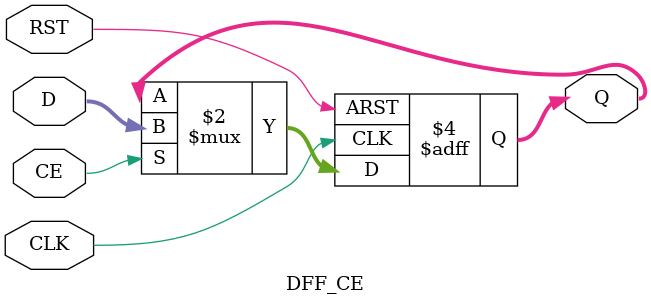
<source format=v>
module DFF_CE (
    CLK, RST, D, CE, Q
);

input CLK;
input RST;
input [31:0] D;
input CE;
output reg [31:0] Q;

always @ (posedge CLK or posedge RST)
    if (RST)
        Q <= 32'b0;
    else
        if (CE)
            Q <= D;
    
endmodule
</source>
